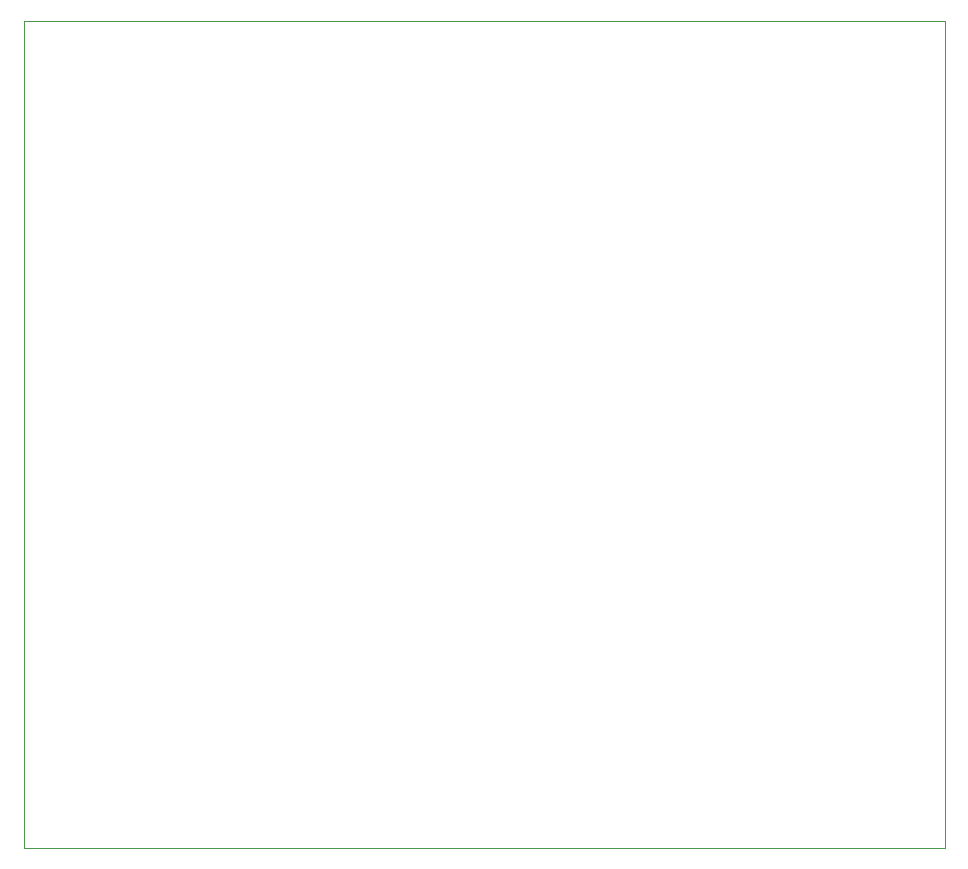
<source format=gbr>
%TF.GenerationSoftware,KiCad,Pcbnew,(6.0.1)*%
%TF.CreationDate,2022-02-14T23:43:43+08:00*%
%TF.ProjectId,SDisk2_Simple,53446973-6b32-45f5-9369-6d706c652e6b,rev?*%
%TF.SameCoordinates,Original*%
%TF.FileFunction,Profile,NP*%
%FSLAX46Y46*%
G04 Gerber Fmt 4.6, Leading zero omitted, Abs format (unit mm)*
G04 Created by KiCad (PCBNEW (6.0.1)) date 2022-02-14 23:43:43*
%MOMM*%
%LPD*%
G01*
G04 APERTURE LIST*
%TA.AperFunction,Profile*%
%ADD10C,0.100000*%
%TD*%
G04 APERTURE END LIST*
D10*
X-23816178Y12237164D02*
X54183822Y12237164D01*
X54183822Y12237164D02*
X54183822Y-57762836D01*
X54183822Y-57762836D02*
X-23816178Y-57762836D01*
X-23816178Y-57762836D02*
X-23816178Y12237164D01*
M02*

</source>
